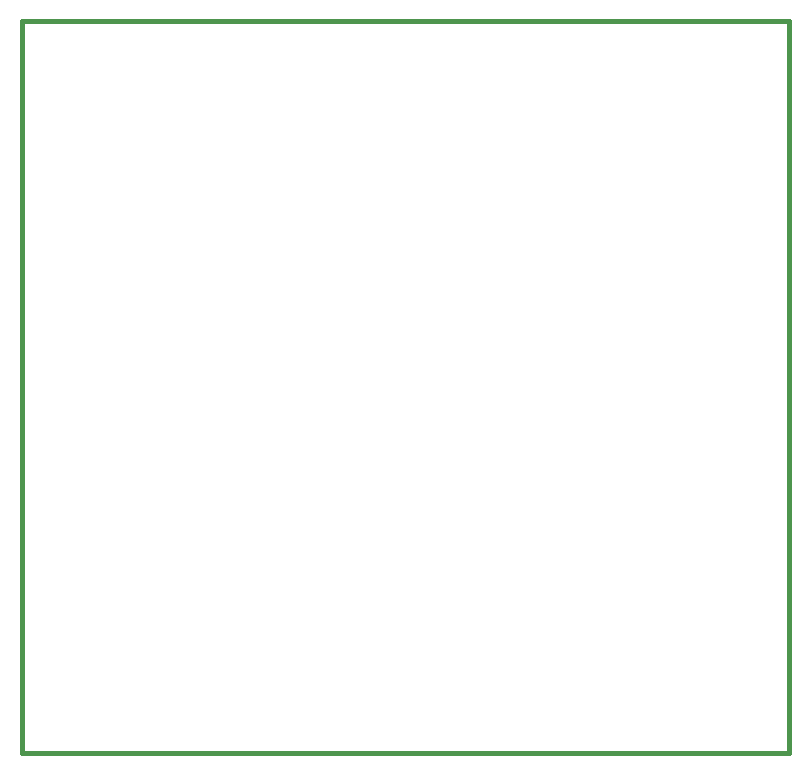
<source format=gko>
G04*
G04 #@! TF.GenerationSoftware,Altium Limited,Altium Designer,21.4.1 (30)*
G04*
G04 Layer_Color=16711935*
%FSLAX25Y25*%
%MOIN*%
G70*
G04*
G04 #@! TF.SameCoordinates,C77C1ACD-4D57-4A05-B96A-415324BACB4A*
G04*
G04*
G04 #@! TF.FilePolarity,Positive*
G04*
G01*
G75*
%ADD59C,0.01575*%
D59*
X255906Y0D02*
Y244094D01*
X0D02*
X255906D01*
X0Y0D02*
Y244094D01*
Y0D02*
X255906D01*
M02*

</source>
